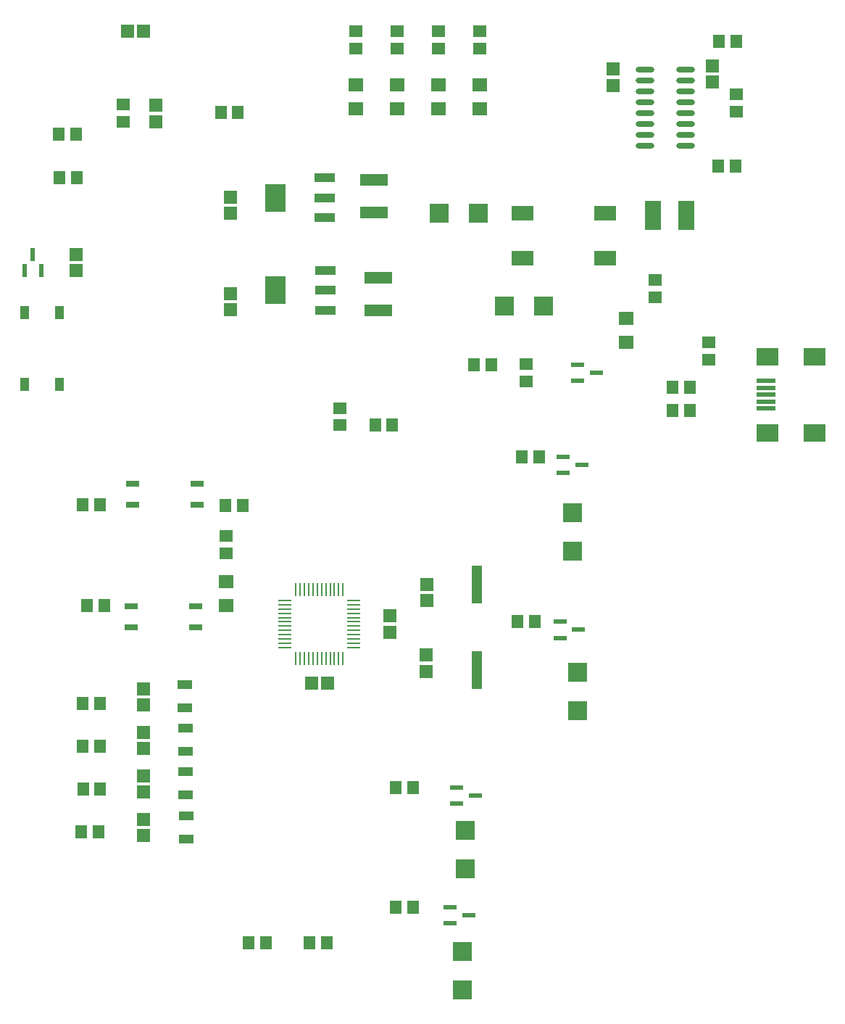
<source format=gtp>
%FSLAX44Y44*%
%MOMM*%
G71*
G01*
G75*
G04 Layer_Color=8421504*
%ADD10R,1.4000X1.5000*%
%ADD11O,2.2000X0.6000*%
%ADD12R,1.6000X1.5000*%
%ADD13R,3.3000X1.4000*%
%ADD14R,1.1000X1.5000*%
%ADD15R,1.6000X0.6000*%
%ADD16R,2.3000X2.3000*%
%ADD17R,1.5000X1.4000*%
%ADD18R,1.5000X1.6000*%
%ADD19R,2.5000X2.0000*%
%ADD20R,2.3000X0.5000*%
%ADD21R,1.8000X1.6000*%
%ADD22R,2.4000X3.3000*%
%ADD23R,2.4000X1.0000*%
%ADD24R,1.9000X3.4000*%
%ADD25R,0.6000X1.5000*%
%ADD26O,0.2500X1.5500*%
%ADD27O,1.5500X0.2500*%
%ADD28R,1.5000X0.7000*%
%ADD29R,1.3000X4.5000*%
%ADD30R,2.5000X1.8000*%
%ADD31R,2.3000X2.3000*%
%ADD32R,1.7000X1.1000*%
%ADD33C,0.2540*%
%ADD34C,2.0000*%
%ADD35C,2.3000*%
%ADD36C,1.6500*%
%ADD37C,2.2000*%
%ADD38R,1.6500X1.6500*%
%ADD39R,2.0000X2.0000*%
%ADD40C,0.6000*%
%ADD41O,4.0000X2.0000*%
%ADD42O,2.0000X4.0000*%
%ADD43O,2.0000X4.5000*%
%ADD44C,1.5000*%
%ADD45R,1.5000X1.5000*%
%ADD46O,1.2000X1.7000*%
%ADD47R,1.5000X1.5000*%
%ADD48C,2.0000*%
%ADD49C,3.5000*%
%ADD50C,0.8000*%
D10*
X685452Y1132332D02*
D03*
X705452D02*
D03*
X1071212Y802640D02*
D03*
X1051212D02*
D03*
X1071212Y662432D02*
D03*
X1051212D02*
D03*
X852172Y1131824D02*
D03*
X872172D02*
D03*
X685452Y900224D02*
D03*
X705452D02*
D03*
X685452Y850392D02*
D03*
X705452D02*
D03*
X683508Y750218D02*
D03*
X703508D02*
D03*
X950682Y621016D02*
D03*
X970682D02*
D03*
X1142652Y1296162D02*
D03*
X1162652D02*
D03*
X879562Y621016D02*
D03*
X899562D02*
D03*
X1394808Y1269492D02*
D03*
X1374808D02*
D03*
X1027082Y1225550D02*
D03*
X1047082D02*
D03*
X1428126Y1527924D02*
D03*
X1448126D02*
D03*
X678529Y1514602D02*
D03*
X658528D02*
D03*
X657338Y1565148D02*
D03*
X677338D02*
D03*
X846634Y1590894D02*
D03*
X866634D02*
D03*
X1193452Y996188D02*
D03*
X1213452D02*
D03*
X1198532Y1188466D02*
D03*
X1218532D02*
D03*
X1394808Y1242822D02*
D03*
X1374808D02*
D03*
X1448634Y1673144D02*
D03*
X1428634D02*
D03*
X685988Y800786D02*
D03*
X705988D02*
D03*
X690532Y1014984D02*
D03*
X710532D02*
D03*
D11*
X1390012Y1551686D02*
D03*
Y1564386D02*
D03*
Y1577086D02*
D03*
Y1589786D02*
D03*
Y1602486D02*
D03*
Y1615186D02*
D03*
Y1627886D02*
D03*
Y1640586D02*
D03*
X1342012Y1551686D02*
D03*
Y1564386D02*
D03*
Y1577086D02*
D03*
Y1589786D02*
D03*
Y1602486D02*
D03*
Y1615186D02*
D03*
Y1627886D02*
D03*
Y1640586D02*
D03*
D12*
X858012Y1491844D02*
D03*
Y1472844D02*
D03*
X756412Y898804D02*
D03*
Y917804D02*
D03*
Y848004D02*
D03*
Y867004D02*
D03*
X1420876Y1645006D02*
D03*
Y1626006D02*
D03*
X858012Y1359814D02*
D03*
Y1378814D02*
D03*
X1305052Y1641196D02*
D03*
Y1622196D02*
D03*
X1044702Y983640D02*
D03*
Y1002640D02*
D03*
X677516Y1424632D02*
D03*
Y1405632D02*
D03*
X1086358Y937920D02*
D03*
Y956920D02*
D03*
X1087120Y1020470D02*
D03*
Y1039470D02*
D03*
X756412Y765404D02*
D03*
Y746404D02*
D03*
Y816204D02*
D03*
Y797204D02*
D03*
X770868Y1598606D02*
D03*
Y1579606D02*
D03*
D13*
X1025652Y1511504D02*
D03*
Y1473504D02*
D03*
X1030732Y1397458D02*
D03*
Y1359458D02*
D03*
D14*
X617794Y1272704D02*
D03*
Y1356704D02*
D03*
X657794D02*
D03*
Y1272704D02*
D03*
D15*
X1122222Y802522D02*
D03*
Y783522D02*
D03*
X1144222Y793022D02*
D03*
X1114938Y662540D02*
D03*
Y643540D02*
D03*
X1136938Y653040D02*
D03*
X1246993Y1188407D02*
D03*
Y1169406D02*
D03*
X1268993Y1178906D02*
D03*
X1285572Y1286510D02*
D03*
X1263572Y1277010D02*
D03*
Y1296010D02*
D03*
X1264832Y986580D02*
D03*
X1242832Y977080D02*
D03*
Y996080D02*
D03*
D16*
X1131938Y707264D02*
D03*
Y752264D02*
D03*
X1129358Y566220D02*
D03*
Y611220D02*
D03*
X1257992Y1078175D02*
D03*
Y1123174D02*
D03*
X1263992Y936754D02*
D03*
Y891754D02*
D03*
D17*
X1448754Y1591544D02*
D03*
Y1611544D02*
D03*
X1203452Y1276510D02*
D03*
Y1296510D02*
D03*
X1354582Y1394554D02*
D03*
Y1374554D02*
D03*
X1416812Y1321910D02*
D03*
Y1301910D02*
D03*
X1004134Y1665124D02*
D03*
Y1685124D02*
D03*
X1052634Y1664948D02*
D03*
Y1684948D02*
D03*
X1100734Y1685124D02*
D03*
Y1665124D02*
D03*
X1149234Y1664948D02*
D03*
Y1684948D02*
D03*
X985520Y1245456D02*
D03*
Y1225456D02*
D03*
X732648Y1599614D02*
D03*
Y1579614D02*
D03*
X852932Y1076104D02*
D03*
Y1096104D02*
D03*
D18*
X952502Y924598D02*
D03*
X971502D02*
D03*
X756768Y1685036D02*
D03*
X737768D02*
D03*
D19*
X1540033Y1305610D02*
D03*
Y1216610D02*
D03*
X1485032D02*
D03*
Y1305610D02*
D03*
D20*
X1484032Y1245110D02*
D03*
Y1253110D02*
D03*
Y1261109D02*
D03*
Y1269109D02*
D03*
Y1277110D02*
D03*
D21*
X1004080Y1594400D02*
D03*
Y1622400D02*
D03*
X1052634Y1594400D02*
D03*
Y1622400D02*
D03*
X1100934Y1594400D02*
D03*
Y1622400D02*
D03*
X1149234Y1594400D02*
D03*
Y1622400D02*
D03*
X1320292Y1350294D02*
D03*
Y1322294D02*
D03*
X852932Y1015144D02*
D03*
Y1043144D02*
D03*
D22*
X910800Y1382776D02*
D03*
X910292Y1490980D02*
D03*
D23*
X968800Y1405776D02*
D03*
Y1382776D02*
D03*
Y1359776D02*
D03*
X968292Y1513980D02*
D03*
Y1490980D02*
D03*
Y1467980D02*
D03*
D24*
X1390592Y1470152D02*
D03*
X1351592D02*
D03*
D25*
X627224Y1424632D02*
D03*
X636724Y1405632D02*
D03*
X617724D02*
D03*
D26*
X989502Y953048D02*
D03*
X984502D02*
D03*
X979502D02*
D03*
X974502D02*
D03*
X969502D02*
D03*
X964502D02*
D03*
X959502D02*
D03*
X954502D02*
D03*
X949502D02*
D03*
X944502D02*
D03*
X939502D02*
D03*
X934502D02*
D03*
Y1033548D02*
D03*
X939502D02*
D03*
X944502D02*
D03*
X949502D02*
D03*
X954502D02*
D03*
X959502D02*
D03*
X964502D02*
D03*
X969502D02*
D03*
X974502D02*
D03*
X979502D02*
D03*
X984502D02*
D03*
X989502D02*
D03*
D27*
X921752Y965798D02*
D03*
Y970798D02*
D03*
Y975798D02*
D03*
Y980798D02*
D03*
Y985798D02*
D03*
Y990798D02*
D03*
Y995798D02*
D03*
Y1000798D02*
D03*
Y1005798D02*
D03*
Y1010798D02*
D03*
Y1015798D02*
D03*
Y1020798D02*
D03*
X1002252D02*
D03*
Y1015798D02*
D03*
Y1010798D02*
D03*
Y1005798D02*
D03*
Y1000798D02*
D03*
Y995798D02*
D03*
Y990798D02*
D03*
Y985798D02*
D03*
Y980798D02*
D03*
Y975798D02*
D03*
Y970798D02*
D03*
Y965798D02*
D03*
D28*
X743852Y1132224D02*
D03*
Y1157364D02*
D03*
X818852D02*
D03*
Y1132224D02*
D03*
X817026Y1014346D02*
D03*
Y989206D02*
D03*
X742026D02*
D03*
Y1014346D02*
D03*
D29*
X1146302Y1039584D02*
D03*
Y939584D02*
D03*
D30*
X1199648Y1472529D02*
D03*
Y1420529D02*
D03*
X1295648D02*
D03*
Y1472529D02*
D03*
D31*
X1147212Y1472438D02*
D03*
X1102213D02*
D03*
X1223412Y1364487D02*
D03*
X1178412D02*
D03*
D32*
X806132Y742404D02*
D03*
Y769404D02*
D03*
X805688Y793966D02*
D03*
Y820966D02*
D03*
X805434Y844512D02*
D03*
Y871512D02*
D03*
X804926Y895606D02*
D03*
Y922606D02*
D03*
M02*

</source>
